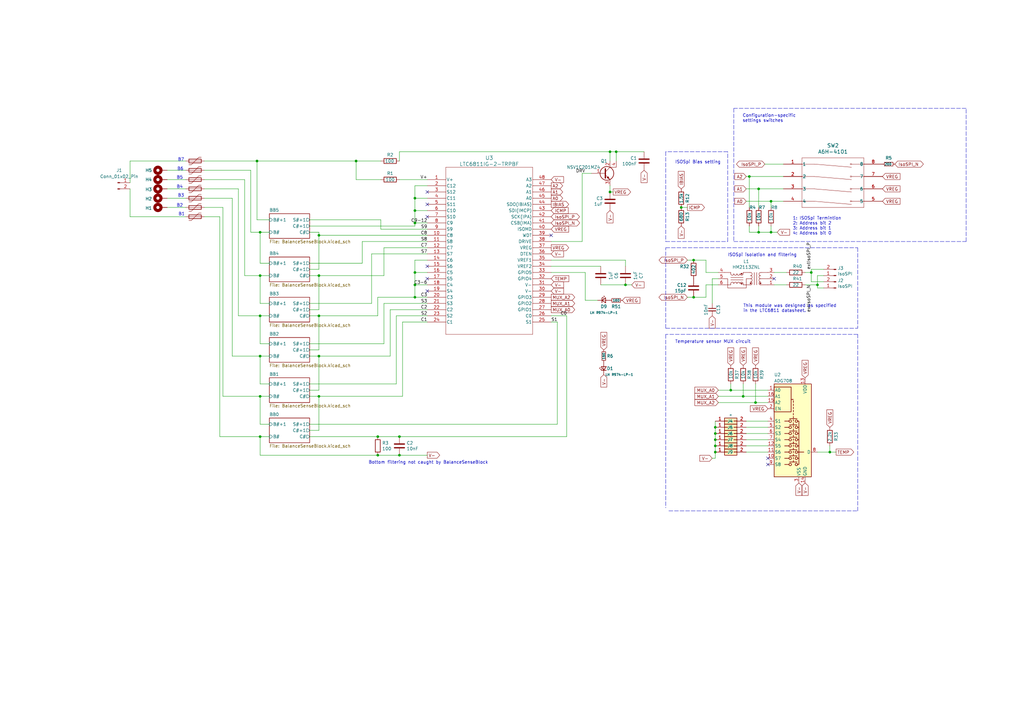
<source format=kicad_sch>
(kicad_sch (version 20231120) (generator "eeschema") (generator_version "8.0")
  (paper "A3")
  (lib_symbols
    (symbol "Connector:Conn_01x02_Pin" (pin_names (offset 1.016) hide)
      (property "Reference" "J" (at 0 2.54 0))
      (property "Value" "Conn_01x02_Pin" (at 0 -5.08 0))
      (symbol "Conn_01x02_Pin_1_1"
        (pin passive line (at 5.08 0 180) (length 3.81) (name "Pin_1") (number "1"))
        (pin passive line (at 5.08 -2.54 180) (length 3.81) (name "Pin_2") (number "2"))
      )
    )
    (symbol "Connector_Generic:Conn_02x01" (pin_names (offset 1.016) hide)
      (property "Reference" "J" (at 1.27 2.54 0))
      (property "Value" "Conn_02x01" (at 1.27 -2.54 0))
      (symbol "Conn_02x01_1_1"
        (pin passive line (at -5.08 0 0) (length 3.81) (name "Pin_1") (number "1"))
        (pin passive line (at 7.62 0 180) (length 3.81) (name "Pin_2") (number "2"))
      )
    )
    (symbol "Device:C" (pin_numbers hide) (pin_names (offset 0.254))
      (property "Reference" "C" (at 0.635 2.54 0))
      (property "Value" "C" (at 0.635 -2.54 0))
      (symbol "C_1_1"
        (pin passive line (at 0 3.81 270) (length 2.794) (name "~") (number "1"))
        (pin passive line (at 0 -3.81 90) (length 2.794) (name "~") (number "2"))
      )
    )
    (symbol "Device:C_Small" (pin_numbers hide) (pin_names (offset 0.254) hide)
      (property "Reference" "C" (at 0.254 1.778 0))
      (property "Value" "C_Small" (at 0.254 -2.032 0))
      (symbol "C_Small_1_1"
        (pin passive line (at 0 2.54 270) (length 2.032) (name "~") (number "1"))
        (pin passive line (at 0 -2.54 90) (length 2.032) (name "~") (number "2"))
      )
    )
    (symbol "Device:LED_Small" (pin_numbers hide) (pin_names (offset 0.254) hide)
      (property "Reference" "D" (at -1.27 3.175 0))
      (property "Value" "LED_Small" (at -4.445 -2.54 0))
      (symbol "LED_Small_1_1"
        (pin passive line (at -2.54 0 0) (length 1.778) (name "K") (number "1"))
        (pin passive line (at 2.54 0 180) (length 1.778) (name "A") (number "2"))
      )
    )
    (symbol "Device:Polyfuse" (pin_numbers hide) (pin_names (offset 0))
      (property "Reference" "F" (at -2.54 0 90))
      (property "Value" "Polyfuse" (at 2.54 0 90))
      (symbol "Polyfuse_1_1"
        (pin passive line (at 0 3.81 270) (length 1.27) (name "~") (number "1"))
        (pin passive line (at 0 -3.81 90) (length 1.27) (name "~") (number "2"))
      )
    )
    (symbol "Device:Q_NPN_BCEC" (pin_names (offset 0) hide)
      (property "Reference" "Q" (at 5.08 1.27 0))
      (property "Value" "Q_NPN_BCEC" (at 5.08 -1.27 0))
      (symbol "Q_NPN_BCEC_1_1"
        (pin input line (at -5.08 0 0) (length 5.715) (name "B") (number "1"))
        (pin passive line (at 2.54 5.08 270) (length 2.54) (name "C") (number "2"))
        (pin passive line (at 2.54 -5.08 90) (length 2.54) (name "E") (number "3"))
        (pin passive line (at 5.08 5.08 270) (length 2.54) (name "C") (number "4"))
      )
    )
    (symbol "Device:R" (pin_numbers hide) (pin_names (offset 0))
      (property "Reference" "R" (at 2.032 0 90))
      (property "Value" "R" (at 0 0 90))
      (symbol "R_1_1"
        (pin passive line (at 0 3.81 270) (length 1.27) (name "~") (number "1"))
        (pin passive line (at 0 -3.81 90) (length 1.27) (name "~") (number "2"))
      )
    )
    (symbol "Device:R_Small" (pin_numbers hide) (pin_names (offset 0.254) hide)
      (property "Reference" "R" (at 0.762 0.508 0))
      (property "Value" "R_Small" (at 0.762 -1.016 0))
      (symbol "R_Small_1_1"
        (pin passive line (at 0 2.54 270) (length 0.762) (name "~") (number "1"))
        (pin passive line (at 0 -2.54 90) (length 0.762) (name "~") (number "2"))
      )
    )
    (symbol "FSSymbols:ADG708" (pin_names (offset 0.254))
      (property "Reference" "U" (at -7.62 23.495 0))
      (property "Value" "ADG708" (at -7.62 21.59 0))
      (symbol "ADG708_1_1"
        (pin input line (at -10.16 15.24 0) (length 2.54) (name "A0") (number "1"))
        (pin bidirectional line (at -10.16 -12.7 0) (length 2.54) (name "S7") (number "10"))
        (pin bidirectional line (at -10.16 -10.16 0) (length 2.54) (name "S6") (number "11"))
        (pin bidirectional line (at -10.16 -7.62 0) (length 2.54) (name "S5") (number "12"))
        (pin power_in line (at 5.08 20.32 270) (length 2.54) (name "VDD") (number "13"))
        (pin power_in line (at 5.08 -22.86 90) (length 2.54) (name "GND") (number "14"))
        (pin input line (at -10.16 10.16 0) (length 2.54) (name "A2") (number "15"))
        (pin input line (at -10.16 12.7 0) (length 2.54) (name "A1") (number "16"))
        (pin input line (at -10.16 7.62 0) (length 2.54) (name "EN") (number "2"))
        (pin power_in line (at 2.54 -22.86 90) (length 2.54) (name "VSS") (number "3"))
        (pin bidirectional line (at -10.16 2.54 0) (length 2.54) (name "S1") (number "4"))
        (pin bidirectional line (at -10.16 0 0) (length 2.54) (name "S2") (number "5"))
        (pin bidirectional line (at -10.16 -2.54 0) (length 2.54) (name "S3") (number "6"))
        (pin bidirectional line (at -10.16 -5.08 0) (length 2.54) (name "S4") (number "7"))
        (pin bidirectional line (at 10.16 -10.16 180) (length 2.54) (name "D") (number "8"))
        (pin bidirectional line (at -10.16 -15.24 0) (length 2.54) (name "S8") (number "9"))
      )
    )
    (symbol "FSSymbols:HM2113ZNL" (pin_names (offset 0.254) hide)
      (property "Reference" "L" (at 0 7.62 0))
      (property "Value" "HM2113ZNL" (at 0 5.08 0))
      (symbol "HM2113ZNL_1_1"
        (pin passive line (at 11.43 -2.54 180) (length 2.54) (name "1") (number "1"))
        (pin passive line (at 11.43 0 180) (length 2.54) (name "2") (number "2"))
        (pin passive line (at 11.43 2.54 180) (length 2.54) (name "3") (number "3"))
        (pin passive line (at -11.43 2.54 0) (length 2.54) (name "4") (number "4"))
        (pin passive line (at -11.43 0 0) (length 2.54) (name "5") (number "5"))
        (pin passive line (at -11.43 -2.54 0) (length 2.54) (name "6") (number "6"))
      )
    )
    (symbol "FS_3_Global_Symbol_Library:A6H-4101" (pin_names (offset 0.254))
      (property "Reference" "SW" (at 20.32 7.62 0))
      (property "Value" "A6H-4101" (at 20.32 5.08 0))
      (symbol "A6H-4101_0_1"
        (pin unspecified line (at 0 0 0) (length 7.62) (name "1") (number "1"))
        (pin unspecified line (at 0 -5.08 0) (length 7.62) (name "2") (number "2"))
        (pin unspecified line (at 0 -10.16 0) (length 7.62) (name "3") (number "3"))
        (pin unspecified line (at 0 -15.24 0) (length 7.62) (name "4") (number "4"))
        (pin unspecified line (at 40.64 -15.24 180) (length 7.62) (name "5") (number "5"))
        (pin unspecified line (at 40.64 -10.16 180) (length 7.62) (name "6") (number "6"))
        (pin unspecified line (at 40.64 -5.08 180) (length 7.62) (name "7") (number "7"))
        (pin unspecified line (at 40.64 0 180) (length 7.62) (name "8") (number "8"))
      )
    )
    (symbol "FS_3_Global_Symbol_Library:LTC6811IG-2-TRPBF" (pin_names (offset 0.254))
      (property "Reference" "U" (at 25.4 10.16 0))
      (property "Value" "LTC6811IG-2-TRPBF" (at 25.4 7.62 0))
      (symbol "LTC6811IG-2-TRPBF_0_1"
        (pin power_in line (at 0 0 0) (length 7.62) (name "V+") (number "1"))
        (pin input line (at 0 -22.86 0) (length 7.62) (name "C8") (number "10"))
        (pin bidirectional line (at 0 -25.4 0) (length 7.62) (name "S8") (number "11"))
        (pin input line (at 0 -27.94 0) (length 7.62) (name "C7") (number "12"))
        (pin bidirectional line (at 0 -30.48 0) (length 7.62) (name "S7") (number "13"))
        (pin input line (at 0 -33.02 0) (length 7.62) (name "C6") (number "14"))
        (pin bidirectional line (at 0 -35.56 0) (length 7.62) (name "S6") (number "15"))
        (pin input line (at 0 -38.1 0) (length 7.62) (name "C5") (number "16"))
        (pin bidirectional line (at 0 -40.64 0) (length 7.62) (name "S5") (number "17"))
        (pin input line (at 0 -43.18 0) (length 7.62) (name "C4") (number "18"))
        (pin bidirectional line (at 0 -45.72 0) (length 7.62) (name "S4") (number "19"))
        (pin input line (at 0 -2.54 0) (length 7.62) (name "C12") (number "2"))
        (pin input line (at 0 -48.26 0) (length 7.62) (name "C3") (number "20"))
        (pin bidirectional line (at 0 -50.8 0) (length 7.62) (name "S3") (number "21"))
        (pin input line (at 0 -53.34 0) (length 7.62) (name "C2") (number "22"))
        (pin bidirectional line (at 0 -55.88 0) (length 7.62) (name "S2") (number "23"))
        (pin input line (at 0 -58.42 0) (length 7.62) (name "C1") (number "24"))
        (pin bidirectional line (at 50.8 -58.42 180) (length 7.62) (name "S1") (number "25"))
        (pin input line (at 50.8 -55.88 180) (length 7.62) (name "C0") (number "26"))
        (pin bidirectional line (at 50.8 -53.34 180) (length 7.62) (name "GPIO1") (number "27"))
        (pin bidirectional line (at 50.8 -50.8 180) (length 7.62) (name "GPIO2") (number "28"))
        (pin bidirectional line (at 50.8 -48.26 180) (length 7.62) (name "GPIO3") (number "29"))
        (pin bidirectional line (at 0 -5.08 0) (length 7.62) (name "S12") (number "3"))
        (pin power_in line (at 50.8 -45.72 180) (length 7.62) (name "V-") (number "30"))
        (pin power_in line (at 50.8 -43.18 180) (length 7.62) (name "V-") (number "31"))
        (pin bidirectional line (at 50.8 -40.64 180) (length 7.62) (name "GPIO4") (number "32"))
        (pin bidirectional line (at 50.8 -38.1 180) (length 7.62) (name "GPIO5") (number "33"))
        (pin power_in line (at 50.8 -35.56 180) (length 7.62) (name "VREF2") (number "34"))
        (pin power_in line (at 50.8 -33.02 180) (length 7.62) (name "VREF1") (number "35"))
        (pin input line (at 50.8 -30.48 180) (length 7.62) (name "DTEN") (number "36"))
        (pin power_in line (at 50.8 -27.94 180) (length 7.62) (name "VREG") (number "37"))
        (pin power_in line (at 50.8 -25.4 180) (length 7.62) (name "DRIVE") (number "38"))
        (pin output line (at 50.8 -22.86 180) (length 7.62) (name "WDT") (number "39"))
        (pin input line (at 0 -7.62 0) (length 7.62) (name "C11") (number "4"))
        (pin unspecified line (at 50.8 -20.32 180) (length 7.62) (name "ISOMD") (number "40"))
        (pin bidirectional line (at 50.8 -17.78 180) (length 7.62) (name "CSB(IMA)") (number "41"))
        (pin bidirectional line (at 50.8 -15.24 180) (length 7.62) (name "SCK(IPA)") (number "42"))
        (pin unspecified line (at 50.8 -12.7 180) (length 7.62) (name "SDI(IMCP)") (number "43"))
        (pin unspecified line (at 50.8 -10.16 180) (length 7.62) (name "SDO(IBIAS)") (number "44"))
        (pin input line (at 50.8 -7.62 180) (length 7.62) (name "A0") (number "45"))
        (pin input line (at 50.8 -5.08 180) (length 7.62) (name "A1") (number "46"))
        (pin input line (at 50.8 -2.54 180) (length 7.62) (name "A2") (number "47"))
        (pin input line (at 50.8 0 180) (length 7.62) (name "A3") (number "48"))
        (pin bidirectional line (at 0 -10.16 0) (length 7.62) (name "S11") (number "5"))
        (pin input line (at 0 -12.7 0) (length 7.62) (name "C10") (number "6"))
        (pin bidirectional line (at 0 -15.24 0) (length 7.62) (name "S10") (number "7"))
        (pin input line (at 0 -17.78 0) (length 7.62) (name "C9") (number "8"))
        (pin bidirectional line (at 0 -20.32 0) (length 7.62) (name "S9") (number "9"))
      )
    )
    (symbol "Mechanical:MountingHole_Pad" (pin_numbers hide) (pin_names (offset 1.016) hide) (exclude_from_sim yes) (in_bom no)
      (property "Reference" "H" (at 0 6.35 0))
      (property "Value" "MountingHole_Pad" (at 0 4.445 0))
      (symbol "MountingHole_Pad_1_1"
        (pin input line (at 0 -2.54 90) (length 2.54) (name "1") (number "1"))
      )
    )
  )
  (junction (at 170.18 116.84))
  (junction (at 340.36 185.42))
  (junction (at 106.68 113.03))
  (junction (at 130.81 113.03))
  (junction (at 284.48 121.92))
  (junction (at 130.81 129.54))
  (junction (at 106.68 95.25))
  (junction (at 250.19 78.74))
  (junction (at 170.18 111.76))
  (junction (at 293.37 185.42))
  (junction (at 146.05 66.04))
  (junction (at 304.8 162.56))
  (junction (at 105.41 66.04))
  (junction (at 170.18 91.44))
  (junction (at 284.48 106.68))
  (junction (at 293.37 177.8))
  (junction (at 299.72 160.02))
  (junction (at 311.15 95.25))
  (junction (at 256.54 116.84))
  (junction (at 106.68 162.56))
  (junction (at 163.83 186.69))
  (junction (at 279.4 85.09))
  (junction (at 154.94 186.69))
  (junction (at 252.73 62.23))
  (junction (at 106.68 146.05))
  (junction (at 130.81 162.56))
  (junction (at 130.81 146.05))
  (junction (at 332.74 111.76))
  (junction (at 316.23 95.25))
  (junction (at 170.18 121.92))
  (junction (at 250.19 62.23))
  (junction (at 106.68 179.07))
  (junction (at 170.18 81.28))
  (junction (at 154.94 179.07))
  (junction (at 293.37 180.34))
  (junction (at 335.28 116.84))
  (junction (at 130.81 96.52))
  (junction (at 170.18 86.36))
  (junction (at 309.88 165.1))
  (junction (at 106.68 129.54))
  (junction (at 307.34 72.39))
  (junction (at 293.37 182.88))
  (junction (at 311.15 77.47))
  (junction (at 316.23 82.55))
  (junction (at 293.37 175.26))
  (junction (at 163.83 179.07))
  (no_connect (at 175.26 109.22))
  (no_connect (at 314.96 190.5))
  (no_connect (at 175.26 88.9))
  (no_connect (at 317.5 114.3))
  (no_connect (at 175.26 119.38))
  (no_connect (at 314.96 187.96))
  (no_connect (at 175.26 114.3))
  (no_connect (at 175.26 78.74))
  (no_connect (at 226.06 96.52))
  (no_connect (at 175.26 83.82))
  (wire (pts (xy 251.46 78.74) (xy 250.19 78.74)))
  (wire (pts (xy 127 92.71) (xy 170.18 92.71)))
  (wire (pts (xy 311.15 77.47) (xy 311.15 85.09)))
  (wire (pts (xy 335.28 116.84) (xy 330.2 116.84)))
  (wire (pts (xy 335.28 116.84) (xy 335.28 118.11)))
  (wire (pts (xy 110.49 107.95) (xy 106.68 107.95)))
  (wire (pts (xy 127 162.56) (xy 130.81 162.56)))
  (polyline (pts (xy 351.79 209.55) (xy 351.79 137.16)) (stroke (width 0) (type dash)))
  (wire (pts (xy 163.83 62.23) (xy 250.19 62.23)))
  (wire (pts (xy 100.33 113.03) (xy 106.68 113.03)))
  (wire (pts (xy 311.15 95.25) (xy 311.15 92.71)))
  (wire (pts (xy 97.79 129.54) (xy 106.68 129.54)))
  (wire (pts (xy 106.68 113.03) (xy 106.68 124.46)))
  (wire (pts (xy 170.18 92.71) (xy 170.18 91.44)))
  (wire (pts (xy 170.18 106.68) (xy 175.26 106.68)))
  (wire (pts (xy 170.18 111.76) (xy 170.18 106.68)))
  (wire (pts (xy 314.96 185.42) (xy 306.07 185.42)))
  (wire (pts (xy 293.37 175.26) (xy 293.37 177.8)))
  (wire (pts (xy 90.17 179.07) (xy 106.68 179.07)))
  (wire (pts (xy 106.68 140.97) (xy 110.49 140.97)))
  (wire (pts (xy 152.4 104.14) (xy 152.4 124.46)))
  (wire (pts (xy 106.68 95.25) (xy 106.68 107.95)))
  (wire (pts (xy 228.6 132.08) (xy 228.6 173.99)))
  (wire (pts (xy 110.49 173.99) (xy 106.68 173.99)))
  (wire (pts (xy 170.18 76.2) (xy 175.26 76.2)))
  (wire (pts (xy 106.68 162.56) (xy 110.49 162.56)))
  (wire (pts (xy 127 140.97) (xy 157.48 140.97)))
  (wire (pts (xy 332.74 111.76) (xy 332.74 115.57)))
  (wire (pts (xy 340.36 182.88) (xy 340.36 185.42)))
  (wire (pts (xy 160.02 146.05) (xy 160.02 127)))
  (wire (pts (xy 330.2 111.76) (xy 332.74 111.76)))
  (wire (pts (xy 154.94 121.92) (xy 154.94 129.54)))
  (wire (pts (xy 154.94 121.92) (xy 170.18 121.92)))
  (wire (pts (xy 165.1 132.08) (xy 165.1 162.56)))
  (wire (pts (xy 91.44 162.56) (xy 106.68 162.56)))
  (wire (pts (xy 53.34 66.04) (xy 76.2 66.04)))
  (wire (pts (xy 127 110.49) (xy 130.81 110.49)))
  (wire (pts (xy 246.38 116.84) (xy 256.54 116.84)))
  (wire (pts (xy 146.05 66.04) (xy 156.21 66.04)))
  (polyline (pts (xy 274.32 209.55) (xy 351.79 209.55)) (stroke (width 0) (type dash)))
  (wire (pts (xy 130.81 96.52) (xy 130.81 110.49)))
  (wire (pts (xy 110.49 157.48) (xy 106.68 157.48)))
  (wire (pts (xy 232.41 179.07) (xy 232.41 129.54)))
  (wire (pts (xy 306.07 82.55) (xy 316.23 82.55)))
  (wire (pts (xy 102.87 95.25) (xy 106.68 95.25)))
  (wire (pts (xy 127 143.51) (xy 130.81 143.51)))
  (wire (pts (xy 335.28 113.03) (xy 337.82 113.03)))
  (wire (pts (xy 148.59 99.06) (xy 175.26 99.06)))
  (wire (pts (xy 130.81 146.05) (xy 160.02 146.05)))
  (wire (pts (xy 322.58 116.84) (xy 317.5 116.84)))
  (wire (pts (xy 83.82 77.47) (xy 97.79 77.47)))
  (wire (pts (xy 127 157.48) (xy 162.56 157.48)))
  (wire (pts (xy 284.48 106.68) (xy 289.56 106.68)))
  (wire (pts (xy 314.96 180.34) (xy 306.07 180.34)))
  (wire (pts (xy 307.34 72.39) (xy 307.34 85.09)))
  (wire (pts (xy 293.37 180.34) (xy 293.37 182.88)))
  (wire (pts (xy 156.21 93.98) (xy 175.26 93.98)))
  (wire (pts (xy 130.81 129.54) (xy 154.94 129.54)))
  (wire (pts (xy 240.03 111.76) (xy 226.06 111.76)))
  (wire (pts (xy 106.68 173.99) (xy 106.68 162.56)))
  (wire (pts (xy 293.37 177.8) (xy 293.37 180.34)))
  (wire (pts (xy 106.68 124.46) (xy 110.49 124.46)))
  (wire (pts (xy 97.79 77.47) (xy 97.79 129.54)))
  (polyline (pts (xy 273.05 134.62) (xy 273.05 101.6)) (stroke (width 0) (type dash)))
  (wire (pts (xy 91.44 85.09) (xy 91.44 162.56)))
  (wire (pts (xy 293.37 172.72) (xy 293.37 175.26)))
  (wire (pts (xy 170.18 86.36) (xy 175.26 86.36)))
  (wire (pts (xy 289.56 111.76) (xy 294.64 111.76)))
  (wire (pts (xy 316.23 85.09) (xy 316.23 82.55)))
  (wire (pts (xy 152.4 104.14) (xy 175.26 104.14)))
  (wire (pts (xy 238.76 71.12) (xy 242.57 71.12)))
  (wire (pts (xy 226.06 129.54) (xy 232.41 129.54)))
  (wire (pts (xy 252.73 62.23) (xy 264.16 62.23)))
  (wire (pts (xy 83.82 81.28) (xy 95.25 81.28)))
  (wire (pts (xy 130.81 143.51) (xy 130.81 129.54)))
  (wire (pts (xy 148.59 107.95) (xy 148.59 99.06)))
  (wire (pts (xy 335.28 118.11) (xy 337.82 118.11)))
  (wire (pts (xy 250.19 62.23) (xy 252.73 62.23)))
  (wire (pts (xy 106.68 113.03) (xy 110.49 113.03)))
  (wire (pts (xy 154.94 179.07) (xy 163.83 179.07)))
  (wire (pts (xy 170.18 76.2) (xy 170.18 81.28)))
  (wire (pts (xy 165.1 132.08) (xy 175.26 132.08)))
  (wire (pts (xy 130.81 176.53) (xy 130.81 162.56)))
  (wire (pts (xy 289.56 106.68) (xy 289.56 111.76)))
  (wire (pts (xy 250.19 78.74) (xy 250.19 76.2)))
  (wire (pts (xy 127 90.17) (xy 156.21 90.17)))
  (wire (pts (xy 95.25 81.28) (xy 95.25 146.05)))
  (wire (pts (xy 130.81 113.03) (xy 127 113.03)))
  (wire (pts (xy 162.56 129.54) (xy 162.56 157.48)))
  (wire (pts (xy 332.74 110.49) (xy 332.74 111.76)))
  (wire (pts (xy 130.81 95.25) (xy 127 95.25)))
  (wire (pts (xy 105.41 66.04) (xy 146.05 66.04)))
  (wire (pts (xy 100.33 73.66) (xy 100.33 113.03)))
  (wire (pts (xy 105.41 66.04) (xy 105.41 90.17)))
  (wire (pts (xy 289.56 116.84) (xy 289.56 121.92)))
  (polyline (pts (xy 273.05 134.62) (xy 351.79 134.62)) (stroke (width 0) (type dash)))
  (wire (pts (xy 130.81 113.03) (xy 157.48 113.03)))
  (wire (pts (xy 130.81 146.05) (xy 127 146.05)))
  (wire (pts (xy 309.88 157.48) (xy 309.88 165.1)))
  (wire (pts (xy 106.68 157.48) (xy 106.68 146.05)))
  (wire (pts (xy 106.68 186.69) (xy 154.94 186.69)))
  (wire (pts (xy 228.6 132.08) (xy 226.06 132.08)))
  (wire (pts (xy 307.34 72.39) (xy 321.31 72.39)))
  (wire (pts (xy 316.23 92.71) (xy 316.23 95.25)))
  (wire (pts (xy 240.03 123.19) (xy 240.03 111.76)))
  (wire (pts (xy 110.49 90.17) (xy 105.41 90.17)))
  (wire (pts (xy 110.49 95.25) (xy 106.68 95.25)))
  (wire (pts (xy 293.37 185.42) (xy 293.37 187.96)))
  (wire (pts (xy 294.64 165.1) (xy 309.88 165.1)))
  (wire (pts (xy 130.81 160.02) (xy 130.81 146.05)))
  (wire (pts (xy 256.54 106.68) (xy 256.54 109.22)))
  (wire (pts (xy 68.58 69.85) (xy 76.2 69.85)))
  (wire (pts (xy 307.34 95.25) (xy 311.15 95.25)))
  (wire (pts (xy 175.26 91.44) (xy 170.18 91.44)))
  (wire (pts (xy 110.49 179.07) (xy 106.68 179.07)))
  (wire (pts (xy 162.56 129.54) (xy 175.26 129.54)))
  (wire (pts (xy 83.82 69.85) (xy 102.87 69.85)))
  (wire (pts (xy 170.18 111.76) (xy 175.26 111.76)))
  (polyline (pts (xy 396.24 44.45) (xy 300.99 44.45)) (stroke (width 0) (type dash)))
  (wire (pts (xy 170.18 121.92) (xy 175.26 121.92)))
  (wire (pts (xy 311.15 77.47) (xy 321.31 77.47)))
  (wire (pts (xy 252.73 66.04) (xy 252.73 62.23)))
  (wire (pts (xy 293.37 182.88) (xy 293.37 185.42)))
  (wire (pts (xy 95.25 146.05) (xy 106.68 146.05)))
  (wire (pts (xy 68.58 77.47) (xy 76.2 77.47)))
  (wire (pts (xy 292.1 187.96) (xy 293.37 187.96)))
  (wire (pts (xy 106.68 179.07) (xy 106.68 186.69)))
  (polyline (pts (xy 300.99 99.06) (xy 396.24 99.06)) (stroke (width 0) (type dash)))
  (wire (pts (xy 342.9 185.42) (xy 340.36 185.42)))
  (polyline (pts (xy 300.99 44.45) (xy 300.99 99.06)) (stroke (width 0) (type dash)))
  (polyline (pts (xy 273.05 62.23) (xy 273.05 99.06)) (stroke (width 0) (type dash)))
  (wire (pts (xy 304.8 162.56) (xy 314.96 162.56)))
  (wire (pts (xy 238.76 71.12) (xy 238.76 99.06)))
  (wire (pts (xy 110.49 129.54) (xy 106.68 129.54)))
  (wire (pts (xy 170.18 81.28) (xy 175.26 81.28)))
  (wire (pts (xy 289.56 116.84) (xy 294.64 116.84)))
  (wire (pts (xy 130.81 95.25) (xy 130.81 96.52)))
  (wire (pts (xy 157.48 101.6) (xy 157.48 113.03)))
  (wire (pts (xy 281.94 121.92) (xy 284.48 121.92)))
  (wire (pts (xy 170.18 81.28) (xy 170.18 86.36)))
  (wire (pts (xy 317.5 111.76) (xy 322.58 111.76)))
  (wire (pts (xy 306.07 172.72) (xy 314.96 172.72)))
  (polyline (pts (xy 273.05 137.16) (xy 273.05 208.28)) (stroke (width 0) (type dash)))
  (wire (pts (xy 170.18 116.84) (xy 175.26 116.84)))
  (wire (pts (xy 83.82 66.04) (xy 105.41 66.04)))
  (wire (pts (xy 130.81 129.54) (xy 127 129.54)))
  (wire (pts (xy 304.8 157.48) (xy 304.8 162.56)))
  (wire (pts (xy 53.34 88.9) (xy 76.2 88.9)))
  (wire (pts (xy 314.96 175.26) (xy 306.07 175.26)))
  (polyline (pts (xy 298.45 62.23) (xy 273.05 62.23)) (stroke (width 0) (type dash)))
  (wire (pts (xy 106.68 129.54) (xy 106.68 140.97)))
  (wire (pts (xy 130.81 113.03) (xy 130.81 127)))
  (polyline (pts (xy 298.45 99.06) (xy 298.45 62.23)) (stroke (width 0) (type dash)))
  (wire (pts (xy 130.81 162.56) (xy 165.1 162.56)))
  (wire (pts (xy 163.83 62.23) (xy 163.83 66.04)))
  (wire (pts (xy 335.28 116.84) (xy 335.28 113.03)))
  (polyline (pts (xy 396.24 99.06) (xy 396.24 44.45)) (stroke (width 0) (type dash)))
  (wire (pts (xy 316.23 95.25) (xy 311.15 95.25)))
  (wire (pts (xy 127 107.95) (xy 148.59 107.95)))
  (wire (pts (xy 83.82 85.09) (xy 91.44 85.09)))
  (wire (pts (xy 316.23 82.55) (xy 321.31 82.55)))
  (polyline (pts (xy 351.79 101.6) (xy 351.79 134.62)) (stroke (width 0) (type dash)))
  (wire (pts (xy 110.49 146.05) (xy 106.68 146.05)))
  (wire (pts (xy 299.72 157.48) (xy 299.72 160.02)))
  (wire (pts (xy 163.83 186.69) (xy 175.26 186.69)))
  (polyline (pts (xy 273.05 99.06) (xy 298.45 99.06)) (stroke (width 0) (type dash)))
  (polyline (pts (xy 273.05 101.6) (xy 351.79 101.6)) (stroke (width 0) (type dash)))
  (wire (pts (xy 127 160.02) (xy 130.81 160.02)))
  (wire (pts (xy 306.07 77.47) (xy 311.15 77.47)))
  (wire (pts (xy 170.18 111.76) (xy 170.18 116.84)))
  (wire (pts (xy 130.81 96.52) (xy 175.26 96.52)))
  (wire (pts (xy 156.21 73.66) (xy 146.05 73.66)))
  (wire (pts (xy 307.34 92.71) (xy 307.34 95.25)))
  (wire (pts (xy 226.06 109.22) (xy 246.38 109.22)))
  (wire (pts (xy 53.34 77.47) (xy 53.34 88.9)))
  (wire (pts (xy 156.21 90.17) (xy 156.21 93.98)))
  (wire (pts (xy 53.34 74.93) (xy 53.34 66.04)))
  (wire (pts (xy 146.05 66.04) (xy 146.05 73.66)))
  (wire (pts (xy 281.94 85.09) (xy 279.4 85.09)))
  (wire (pts (xy 127 173.99) (xy 228.6 173.99)))
  (wire (pts (xy 281.94 106.68) (xy 284.48 106.68)))
  (wire (pts (xy 127 127) (xy 130.81 127)))
  (polyline (pts (xy 351.79 137.16) (xy 273.05 137.16)) (stroke (width 0) (type dash)))
  (wire (pts (xy 284.48 121.92) (xy 289.56 121.92)))
  (wire (pts (xy 68.58 85.09) (xy 76.2 85.09)))
  (wire (pts (xy 226.06 106.68) (xy 256.54 106.68)))
  (wire (pts (xy 250.19 62.23) (xy 250.19 66.04)))
  (wire (pts (xy 90.17 88.9) (xy 90.17 179.07)))
  (wire (pts (xy 299.72 160.02) (xy 314.96 160.02)))
  (wire (pts (xy 127 124.46) (xy 152.4 124.46)))
  (wire (pts (xy 294.64 160.02) (xy 299.72 160.02)))
  (wire (pts (xy 332.74 115.57) (xy 337.82 115.57)))
  (wire (pts (xy 316.23 95.25) (xy 318.77 95.25)))
  (wire (pts (xy 226.06 99.06) (xy 238.76 99.06)))
  (wire (pts (xy 163.83 73.66) (xy 175.26 73.66)))
  (wire (pts (xy 313.69 67.31) (xy 321.31 67.31)))
  (wire (pts (xy 175.26 101.6) (xy 157.48 101.6)))
  (wire (pts (xy 170.18 116.84) (xy 170.18 121.92)))
  (wire (pts (xy 245.11 123.19) (xy 240.03 123.19)))
  (wire (pts (xy 306.07 72.39) (xy 307.34 72.39)))
  (wire (pts (xy 163.83 179.07) (xy 232.41 179.07)))
  (wire (pts (xy 294.64 162.56) (xy 304.8 162.56)))
  (wire (pts (xy 340.36 185.42) (xy 335.28 185.42)))
  (wire (pts (xy 256.54 116.84) (xy 259.08 116.84)))
  (wire (pts (xy 306.07 182.88) (xy 314.96 182.88)))
  (wire (pts (xy 160.02 127) (xy 175.26 127)))
  (wire (pts (xy 292.1 124.46) (xy 292.1 114.3)))
  (wire (pts (xy 154.94 186.69) (xy 163.83 186.69)))
  (wire (pts (xy 309.88 165.1) (xy 314.96 165.1)))
  (wire (pts (xy 292.1 114.3) (xy 294.64 114.3)))
  (wire (pts (xy 83.82 88.9) (xy 90.17 88.9)))
  (wire (pts (xy 127 176.53) (xy 130.81 176.53)))
  (wire (pts (xy 170.18 86.36) (xy 170.18 91.44)))
  (wire (pts (xy 306.07 177.8) (xy 314.96 177.8)))
  (wire (pts (xy 68.58 81.28) (xy 76.2 81.28)))
  (wire (pts (xy 83.82 73.66) (xy 100.33 73.66)))
  (wire (pts (xy 157.48 124.46) (xy 157.48 140.97)))
  (wire (pts (xy 127 179.07) (xy 154.94 179.07)))
  (wire (pts (xy 68.58 73.66) (xy 76.2 73.66)))
  (wire (pts (xy 157.48 124.46) (xy 175.26 124.46)))
  (wire (pts (xy 337.82 110.49) (xy 332.74 110.49)))
  (wire (pts (xy 102.87 69.85) (xy 102.87 95.25)))
  (text "ISOSpi Bias setting" (at 276.86 67.31 0) (effects (font (size 1.27 1.27)) (justify left bottom)))
  (text "B6\n" (at 72.644 70.104 0) (effects (font (size 1.27 1.27)) (justify left bottom)))
  (text "This module was designed as specified\nin the LTC6811 datasheet." (at 304.8 128.27 0) (effects (font (size 1.27 1.27)) (justify left bottom)))
  (text "B5\n" (at 72.39 73.66 0) (effects (font (size 1.27 1.27)) (justify left bottom)))
  (text "Configuration-specific\nsettings switches" (at 304.546 50.292 0) (effects (font (size 1.27 1.27)) (justify left bottom)))
  (text "1: ISOSpi Termintion\n2: Address bit 2\n3: Address bit 1\n4: Address bit 0" (at 325.12 96.52 0) (effects (font (size 1.27 1.27)) (justify left bottom)))
  (text "Bottom filtering not caught by BalanceSenseBlock" (at 151.13 190.5 0) (effects (font (size 1.27 1.27)) (justify left bottom)))
  (text "B4" (at 72.39 77.47 0) (effects (font (size 1.27 1.27)) (justify left bottom)))
  (text "B2\n" (at 72.39 85.09 0) (effects (font (size 1.27 1.27)) (justify left bottom)))
  (text "Temperature sensor MUX circuit" (at 276.86 140.97 0) (effects (font (size 1.27 1.27)) (justify left bottom)))
  (text "B7" (at 72.898 66.294 0) (effects (font (size 1.27 1.27)) (justify left bottom)))
  (text "ISOSpi isolation and filtering" (at 298.45 105.41 0) (effects (font (size 1.27 1.27)) (justify left bottom)))
  (text "B3\n" (at 72.898 81.026 0) (effects (font (size 1.27 1.27)) (justify left bottom)))
  (text "B1\n" (at 73.152 88.646 0) (effects (font (size 1.27 1.27)) (justify left bottom)))
  (label "S2" (at 175.26 129.54 180))
  (label "C3" (at 175.26 121.92 180))
  (label "DRV" (at 240.03 71.12 180))
  (label "V+" (at 175.26 73.66 180))
  (label "C3-6" (at 175.26 116.84 180))
  (label "S7" (at 175.26 104.14 180))
  (label "C9-12" (at 175.26 91.44 180))
  (label "C7" (at 175.26 101.6 180))
  (label "S3" (at 175.26 124.46 180))
  (label "C8" (at 175.26 96.52 180))
  (label "S8" (at 175.26 99.06 180))
  (label "C2" (at 175.26 127 180))
  (label "C0" (at 229.87 129.54 0))
  (label "extIsoSPI_N" (at 332.74 116.84 270))
  (label "extIsoSPI_P" (at 332.74 110.49 90))
  (label "S9" (at 175.26 93.98 180))
  (label "S1" (at 226.06 132.08 0))
  (label "C1" (at 175.26 132.08 180))
  (global_label "V-" (shape input) (at 327.66 198.12 270) (property "Intersheetrefs" "${INTERSHEET_REFS}" (effects (hide yes))))
  (global_label "IsoSPI_P" (shape bidirectional) (at 281.94 106.68 180) (property "Intersheetrefs" "${INTERSHEET_REFS}" (effects (hide yes))))
  (global_label "VREG" (shape input) (at 226.06 93.98 0) (property "Intersheetrefs" "${INTERSHEET_REFS}" (effects (hide yes))))
  (global_label "VREG" (shape input) (at 314.96 167.64 180) (property "Intersheetrefs" "${INTERSHEET_REFS}" (effects (hide yes))))
  (global_label "A0" (shape input) (at 306.07 82.55 180) (property "Intersheetrefs" "${INTERSHEET_REFS}" (effects (hide yes))))
  (global_label "VREG" (shape input) (at 309.88 149.86 90) (property "Intersheetrefs" "${INTERSHEET_REFS}" (effects (hide yes))))
  (global_label "ICMP" (shape output) (at 281.94 85.09 0) (property "Intersheetrefs" "${INTERSHEET_REFS}" (effects (hide yes))))
  (global_label "MUX_A0" (shape output) (at 226.06 127 0) (property "Intersheetrefs" "${INTERSHEET_REFS}" (effects (hide yes))))
  (global_label "V-" (shape input) (at 330.2 198.12 270) (property "Intersheetrefs" "${INTERSHEET_REFS}" (effects (hide yes))))
  (global_label "TEMP" (shape input) (at 226.06 114.3 0) (property "Intersheetrefs" "${INTERSHEET_REFS}" (effects (hide yes))))
  (global_label "V-" (shape output) (at 175.26 186.69 0) (property "Intersheetrefs" "${INTERSHEET_REFS}" (effects (hide yes))))
  (global_label "V-" (shape input) (at 226.06 73.66 0) (property "Intersheetrefs" "${INTERSHEET_REFS}" (effects (hide yes))))
  (global_label "IsoSPI_P" (shape bidirectional) (at 313.69 67.31 180) (property "Intersheetrefs" "${INTERSHEET_REFS}" (effects (hide yes))))
  (global_label "V-" (shape input) (at 226.06 119.38 0) (property "Intersheetrefs" "${INTERSHEET_REFS}" (effects (hide yes))))
  (global_label "V-" (shape input) (at 250.19 86.36 270) (property "Intersheetrefs" "${INTERSHEET_REFS}" (effects (hide yes))))
  (global_label "VREG" (shape input) (at 361.95 82.55 0) (property "Intersheetrefs" "${INTERSHEET_REFS}" (effects (hide yes))))
  (global_label "VREG" (shape input) (at 255.27 123.19 0) (property "Intersheetrefs" "${INTERSHEET_REFS}" (effects (hide yes))))
  (global_label "IsoSPI_N" (shape bidirectional) (at 226.06 91.44 0) (property "Intersheetrefs" "${INTERSHEET_REFS}" (effects (hide yes))))
  (global_label "A1" (shape output) (at 226.06 78.74 0) (property "Intersheetrefs" "${INTERSHEET_REFS}" (effects (hide yes))))
  (global_label "IsoSPI_N" (shape bidirectional) (at 281.94 121.92 180) (property "Intersheetrefs" "${INTERSHEET_REFS}" (effects (hide yes))))
  (global_label "V-" (shape input) (at 318.77 95.25 0) (property "Intersheetrefs" "${INTERSHEET_REFS}" (effects (hide yes))))
  (global_label "MUX_A1" (shape output) (at 226.06 124.46 0) (property "Intersheetrefs" "${INTERSHEET_REFS}" (effects (hide yes))))
  (global_label "V-" (shape input) (at 247.65 153.67 270) (property "Intersheetrefs" "${INTERSHEET_REFS}" (effects (hide yes))))
  (global_label "VREG" (shape output) (at 251.46 78.74 0) (property "Intersheetrefs" "${INTERSHEET_REFS}" (effects (hide yes))))
  (global_label "VREG" (shape input) (at 304.8 149.86 90) (property "Intersheetrefs" "${INTERSHEET_REFS}" (effects (hide yes))))
  (global_label "V-" (shape input) (at 264.16 69.85 270) (property "Intersheetrefs" "${INTERSHEET_REFS}" (effects (hide yes))))
  (global_label "IsoSPI_P" (shape bidirectional) (at 226.06 88.9 0) (property "Intersheetrefs" "${INTERSHEET_REFS}" (effects (hide yes))))
  (global_label "V-" (shape input) (at 226.06 104.14 0) (property "Intersheetrefs" "${INTERSHEET_REFS}" (effects (hide yes))))
  (global_label "ICMP" (shape input) (at 226.06 86.36 0) (property "Intersheetrefs" "${INTERSHEET_REFS}" (effects (hide yes))))
  (global_label "VREG" (shape input) (at 299.72 149.86 90) (property "Intersheetrefs" "${INTERSHEET_REFS}" (effects (hide yes))))
  (global_label "V-" (shape input) (at 292.1 129.54 270) (property "Intersheetrefs" "${INTERSHEET_REFS}" (effects (hide yes))))
  (global_label "A0" (shape output) (at 226.06 81.28 0) (property "Intersheetrefs" "${INTERSHEET_REFS}" (effects (hide yes))))
  (global_label "TEMP" (shape output) (at 342.9 185.42 0) (property "Intersheetrefs" "${INTERSHEET_REFS}" (effects (hide yes))))
  (global_label "V-" (shape input) (at 259.08 116.84 0) (property "Intersheetrefs" "${INTERSHEET_REFS}" (effects (hide yes))))
  (global_label "VREG" (shape input) (at 361.95 77.47 0) (property "Intersheetrefs" "${INTERSHEET_REFS}" (effects (hide yes))))
  (global_label "VREG" (shape input) (at 330.2 154.94 90) (property "Intersheetrefs" "${INTERSHEET_REFS}" (effects (hide yes))))
  (global_label "VREG" (shape input) (at 247.65 143.51 90) (property "Intersheetrefs" "${INTERSHEET_REFS}" (effects (hide yes))))
  (global_label "VREG" (shape input) (at 361.95 72.39 0) (property "Intersheetrefs" "${INTERSHEET_REFS}" (effects (hide yes))))
  (global_label "V-" (shape input) (at 292.1 187.96 180) (property "Intersheetrefs" "${INTERSHEET_REFS}" (effects (hide yes))))
  (global_label "V-" (shape input) (at 226.06 116.84 0) (property "Intersheetrefs" "${INTERSHEET_REFS}" (effects (hide yes))))
  (global_label "A2" (shape input) (at 306.07 72.39 180) (property "Intersheetrefs" "${INTERSHEET_REFS}" (effects (hide yes))))
  (global_label "V-" (shape input) (at 279.4 92.71 270) (property "Intersheetrefs" "${INTERSHEET_REFS}" (effects (hide yes))))
  (global_label "IBIAS" (shape input) (at 279.4 77.47 90) (property "Intersheetrefs" "${INTERSHEET_REFS}" (effects (hide yes))))
  (global_label "A1" (shape input) (at 306.07 77.47 180) (property "Intersheetrefs" "${INTERSHEET_REFS}" (effects (hide yes))))
  (global_label "MUX_A2" (shape output) (at 226.06 121.92 0) (property "Intersheetrefs" "${INTERSHEET_REFS}" (effects (hide yes))))
  (global_label "MUX_A2" (shape input) (at 294.64 165.1 180) (property "Intersheetrefs" "${INTERSHEET_REFS}" (effects (hide yes))))
  (global_label "IBIAS" (shape output) (at 226.06 83.82 0) (property "Intersheetrefs" "${INTERSHEET_REFS}" (effects (hide yes))))
  (global_label "MUX_A1" (shape input) (at 294.64 162.56 180) (property "Intersheetrefs" "${INTERSHEET_REFS}" (effects (hide yes))))
  (global_label "VREG" (shape output) (at 226.06 101.6 0) (property "Intersheetrefs" "${INTERSHEET_REFS}" (effects (hide yes))))
  (global_label "VREG" (shape input) (at 340.36 175.26 90) (property "Intersheetrefs" "${INTERSHEET_REFS}" (effects (hide yes))))
  (global_label "MUX_A0" (shape input) (at 294.64 160.02 180) (property "Intersheetrefs" "${INTERSHEET_REFS}" (effects (hide yes))))
  (global_label "A2" (shape output) (at 226.06 76.2 0) (property "Intersheetrefs" "${INTERSHEET_REFS}" (effects (hide yes))))
  (global_label "IsoSPI_N" (shape bidirectional) (at 367.03 67.31 0) (property "Intersheetrefs" "${INTERSHEET_REFS}" (effects (hide yes))))
  (symbol (lib_id "Device:R") (at 160.02 66.04 270) (unit 1)
    (property "Reference" "R2" (at 160.02 63.5 90))
    (property "Value" "100" (at 159.766 66.04 90))
    (property "Footprint" "Resistor_SMD:R_0805_2012Metric_Pad1.20x1.40mm_HandSolder" (effects (hide yes)))
  )
  (symbol (lib_id "Device:R") (at 279.4 81.28 180) (unit 1)
    (property "Reference" "R12" (at 281.94 81.28 90))
    (property "Value" "1.5k" (at 279.4 81.28 90))
    (property "Footprint" "Resistor_SMD:R_0805_2012Metric_Pad1.20x1.40mm_HandSolder" (effects (hide yes)))
  )
  (symbol (lib_id "Connector:Conn_01x02_Pin") (at 342.9 113.03 180) (unit 1)
    (property "Reference" "J3" (at 343.5858 109.982 0) (effects (justify right)))
    (property "Value" "IsoSPI" (at 343.5858 112.2934 0) (effects (justify right)))
    (property "Footprint" "Connector_Molex:Molex_Nano-Fit_105313-xx02_1x02_P2.50mm_Horizontal" (effects (hide yes)))
    (property "Description" "Generic connector, single row, 01x02, script generated" (effects (hide yes)))
  )
  (symbol (lib_id "Device:R") (at 279.4 88.9 180) (unit 1)
    (property "Reference" "R13" (at 281.94 88.9 90))
    (property "Value" "680" (at 279.4 88.9 90))
    (property "Footprint" "Resistor_SMD:R_0805_2012Metric_Pad1.20x1.40mm_HandSolder" (effects (hide yes)))
  )
  (symbol (lib_id "Device:Q_NPN_BCEC") (at 247.65 71.12 0) (unit 1)
    (property "Reference" "Q1" (at 246.38 66.04 0) (effects (justify left)))
    (property "Value" "NSV1C201MZ4" (at 232.41 68.58 0) (effects (justify left)))
    (property "Footprint" "Package_TO_SOT_SMD:SOT-223" (effects (hide yes)))
    (property "Datasheet" "https://www.onsemi.com/pub/Collateral/NSS1C201MZ4-D.PDF" (effects (hide yes)))
  )
  (symbol (lib_id "Device:C") (at 250.19 82.55 0) (mirror y) (unit 1)
    (property "Reference" "C3" (at 247.269 81.3816 0) (effects (justify left)))
    (property "Value" "1uF" (at 247.269 83.693 0) (effects (justify left)))
    (property "Footprint" "Capacitor_SMD:C_0805_2012Metric_Pad1.18x1.45mm_HandSolder" (effects (hide yes)))
  )
  (symbol (lib_id "Device:C") (at 264.16 66.04 0) (mirror y) (unit 1)
    (property "Reference" "C1" (at 261.239 64.8716 0) (effects (justify left)))
    (property "Value" "100nF" (at 261.239 67.183 0) (effects (justify left)))
    (property "Footprint" "Capacitor_SMD:C_0805_2012Metric_Pad1.18x1.45mm_HandSolder" (effects (hide yes)))
  )
  (symbol (lib_id "FSSymbols:ADG708") (at 325.12 175.26 0) (unit 1)
    (property "Reference" "U2" (at 317.5 153.67 0) (effects (justify left)))
    (property "Value" "ADG708" (at 317.5 156.21 0) (effects (justify left)))
    (property "Footprint" "Package_SO:TSSOP-16_4.4x5mm_P0.65mm" (effects (hide yes)))
    (property "Datasheet" "https://www.analog.com/media/en/technical-documentation/data-sheets/ADG708_709.pdf" (effects (hide yes)))
  )
  (symbol (lib_id "Device:C") (at 256.54 113.03 180) (unit 1)
    (property "Reference" "C7" (at 262.9408 113.03 90))
    (property "Value" "1uF" (at 260.6294 113.03 90))
    (property "Footprint" "Capacitor_SMD:C_0805_2012Metric_Pad1.18x1.45mm_HandSolder" (effects (hide yes)))
  )
  (symbol (lib_id "Device:C") (at 246.38 113.03 180) (unit 1)
    (property "Reference" "C6" (at 252.7808 113.03 90))
    (property "Value" "1uF" (at 250.4694 113.03 90))
    (property "Footprint" "Capacitor_SMD:C_0805_2012Metric_Pad1.18x1.45mm_HandSolder" (effects (hide yes)))
  )
  (symbol (lib_id "FSSymbols:HM2113ZNL") (at 306.07 114.3 0) (unit 1)
    (property "Reference" "L1" (at 306.07 107.2388 0))
    (property "Value" "HM2113ZNL" (at 306.07 109.5502 0))
    (property "Footprint" "FS_3_Global_Footprint_Library:HM2113ZNLT" (effects (hide yes)))
  )
  (symbol (lib_id "Device:R") (at 340.36 179.07 180) (unit 1)
    (property "Reference" "R33" (at 342.9 179.07 90))
    (property "Value" "2.2k" (at 340.36 179.07 90))
    (property "Footprint" "Resistor_SMD:R_0805_2012Metric_Pad1.20x1.40mm_HandSolder" (effects (hide yes)))
  )
  (symbol (lib_id "Device:R") (at 311.15 88.9 0) (unit 1)
    (property "Reference" "R7" (at 311.15 85.09 0) (effects (justify left)))
    (property "Value" "10k" (at 311.15 88.9 90))
    (property "Footprint" "Resistor_SMD:R_0805_2012Metric_Pad1.20x1.40mm_HandSolder" (effects (hide yes)))
  )
  (symbol (lib_id "Device:R") (at 316.23 88.9 0) (unit 1)
    (property "Reference" "R8" (at 316.23 85.09 0) (effects (justify left)))
    (property "Value" "10k" (at 316.23 88.9 90))
    (property "Footprint" "Resistor_SMD:R_0805_2012Metric_Pad1.20x1.40mm_HandSolder" (effects (hide yes)))
  )
  (symbol (lib_id "Device:R") (at 326.39 111.76 270) (mirror x) (unit 1)
    (property "Reference" "R40" (at 325.12 109.22 90) (effects (justify left)))
    (property "Value" "22" (at 326.39 111.76 90))
    (property "Footprint" "Resistor_SMD:R_0805_2012Metric_Pad1.20x1.40mm_HandSolder" (effects (hide yes)))
  )
  (symbol (lib_id "Device:R") (at 326.39 116.84 270) (mirror x) (unit 1)
    (property "Reference" "R41" (at 325.12 114.3 90) (effects (justify left)))
    (property "Value" "22" (at 326.39 116.84 90))
    (property "Footprint" "Resistor_SMD:R_0805_2012Metric_Pad1.20x1.40mm_HandSolder" (effects (hide yes)))
  )
  (symbol (lib_id "Device:R") (at 299.72 153.67 180) (unit 1)
    (property "Reference" "R37" (at 302.26 153.67 90))
    (property "Value" "10k" (at 299.72 153.67 90))
    (property "Footprint" "Resistor_SMD:R_0805_2012Metric_Pad1.20x1.40mm_HandSolder" (effects (hide yes)))
  )
  (symbol (lib_id "Device:R") (at 304.8 153.67 180) (unit 1)
    (property "Reference" "R38" (at 307.34 153.67 90))
    (property "Value" "10k" (at 304.8 153.67 90))
    (property "Footprint" "Resistor_SMD:R_0805_2012Metric_Pad1.20x1.40mm_HandSolder" (effects (hide yes)))
  )
  (symbol (lib_id "Device:R") (at 309.88 153.67 180) (unit 1)
    (property "Reference" "R39" (at 312.42 153.67 90))
    (property "Value" "10k" (at 309.88 153.67 90))
    (property "Footprint" "Resistor_SMD:R_0805_2012Metric_Pad1.20x1.40mm_HandSolder" (effects (hide yes)))
  )
  (symbol (lib_id "Device:R") (at 284.48 110.49 0) (mirror y) (unit 1)
    (property "Reference" "R32" (at 282.702 109.3216 0) (effects (justify left)))
    (property "Value" "402" (at 284.48 110.49 90))
    (property "Footprint" "Resistor_SMD:R_0805_2012Metric_Pad1.20x1.40mm_HandSolder" (effects (hide yes)))
  )
  (symbol (lib_id "Device:C") (at 284.48 118.11 0) (mirror x) (unit 1)
    (property "Reference" "C12" (at 281.5844 116.9416 0) (effects (justify right)))
    (property "Value" "15pF" (at 281.5844 119.253 0) (effects (justify right)))
    (property "Footprint" "Capacitor_SMD:C_0805_2012Metric_Pad1.18x1.45mm_HandSolder" (effects (hide yes)))
  )
  (symbol (lib_id "Device:C_Small") (at 292.1 127 0) (unit 1)
    (property "Reference" "C13" (at 294.64 127 90))
    (property "Value" "10nF" (at 289.56 127 90))
    (property "Footprint" "Capacitor_SMD:C_0805_2012Metric_Pad1.18x1.45mm_HandSolder" (effects (hide yes)))
  )
  (symbol (lib_id "Device:LED_Small") (at 247.65 151.13 90) (unit 1)
    (property "Reference" "D1" (at 250.19 151.13 90))
    (property "Value" "LH R974-LP-1" (at 254 153.67 90) (effects (font (size 0.9652 0.9652))))
    (property "Footprint" "LED_SMD:LED_0805_2012Metric_Pad1.15x1.40mm_HandSolder" (effects (hide yes)))
  )
  (symbol (lib_id "Device:R_Small") (at 247.65 146.05 180) (unit 1)
    (property "Reference" "R6" (at 250.19 146.05 0))
    (property "Value" "160" (at 247.65 146.05 90) (effects (font (size 0.9652 0.9652))))
    (property "Footprint" "Resistor_SMD:R_0805_2012Metric_Pad1.20x1.40mm_HandSolder" (effects (hide yes)))
  )
  (symbol (lib_id "Device:LED_Small") (at 247.65 123.19 0) (unit 1)
    (property "Reference" "D9" (at 247.65 125.73 0))
    (property "Value" "LH R974-LP-1" (at 247.65 128.27 0) (effects (font (size 0.9652 0.9652))))
    (property "Footprint" "LED_SMD:LED_0805_2012Metric_Pad1.15x1.40mm_HandSolder" (effects (hide yes)))
  )
  (symbol (lib_id "Device:R_Small") (at 252.73 123.19 90) (unit 1)
    (property "Reference" "R51" (at 252.73 125.73 90))
    (property "Value" "160" (at 252.73 123.19 90) (effects (font (size 0.9652 0.9652))))
    (property "Footprint" "Resistor_SMD:R_0805_2012Metric_Pad1.20x1.40mm_HandSolder" (effects (hide yes)))
  )
  (symbol (lib_id "Connector:Conn_01x02_Pin") (at 342.9 118.11 180) (unit 1)
    (property "Reference" "J2" (at 343.5858 115.062 0) (effects (justify right)))
    (property "Value" "IsoSPI" (at 343.5858 117.3734 0) (effects (justify right)))
    (property "Footprint" "Connector_Molex:Molex_Nano-Fit_105313-xx02_1x02_P2.50mm_Horizontal" (effects (hide yes)))
    (property "Description" "Generic connector, single row, 01x02, script generated" (effects (hide yes)))
  )
  (symbol (lib_id "Device:R") (at 160.02 73.66 270) (unit 1)
    (property "Reference" "R1" (at 160.02 71.12 90))
    (property "Value" "100" (at 160.02 73.66 90))
    (property "Footprint" "Resistor_SMD:R_0805_2012Metric_Pad1.20x1.40mm_HandSolder" (effects (hide yes)))
  )
  (symbol (lib_id "Device:Polyfuse") (at 80.01 66.04 270) (unit 1)
    (property "Reference" "F2" (effects (hide yes)))
    (property "Value" "Polyfuse" (effects (hide yes)))
    (property "Footprint" "Fuse:Fuse_1812_4532Metric_Pad1.30x3.40mm_HandSolder" (effects (hide yes)))
  )
  (symbol (lib_id "Device:Polyfuse") (at 80.01 69.85 270) (unit 1)
    (property "Reference" "F3" (effects (hide yes)))
    (property "Value" "Polyfuse" (effects (hide yes)))
    (property "Footprint" "Fuse:Fuse_1812_4532Metric_Pad1.30x3.40mm_HandSolder" (effects (hide yes)))
  )
  (symbol (lib_id "Device:Polyfuse") (at 80.01 73.66 270) (unit 1)
    (property "Reference" "F4" (effects (hide yes)))
    (property "Value" "Polyfuse" (effects (hide yes)))
    (property "Footprint" "Fuse:Fuse_1812_4532Metric_Pad1.30x3.40mm_HandSolder" (effects (hide yes)))
  )
  (symbol (lib_id "Device:Polyfuse") (at 80.01 77.47 270) (unit 1)
    (property "Reference" "F5" (effects (hide yes)))
    (property "Value" "Polyfuse" (effects (hide yes)))
    (property "Footprint" "Fuse:Fuse_1812_4532Metric_Pad1.30x3.40mm_HandSolder" (effects (hide yes)))
  )
  (symbol (lib_id "Device:Polyfuse") (at 80.01 81.28 270) (unit 1)
    (property "Reference" "F6" (effects (hide yes)))
    (property "Value" "Polyfuse" (effects (hide yes)))
    (property "Footprint" "Fuse:Fuse_1812_4532Metric_Pad1.30x3.40mm_HandSolder" (effects (hide yes)))
  )
  (symbol (lib_id "Device:Polyfuse") (at 80.01 85.09 270) (unit 1)
    (property "Reference" "F7" (effects (hide yes)))
    (property "Value" "Polyfuse" (effects (hide yes)))
    (property "Footprint" "Fuse:Fuse_1812_4532Metric_Pad1.30x3.40mm_HandSolder" (effects (hide yes)))
  )
  (symbol (lib_id "Device:C") (at 163.83 182.88 0) (unit 1)
    (property "Reference" "C2" (at 166.751 181.7116 0) (effects (justify left)))
    (property "Value" "10nF" (at 166.751 184.023 0) (effects (justify left)))
    (property "Footprint" "Capacitor_SMD:C_0805_2012Metric_Pad1.18x1.45mm_HandSolder" (effects (hide yes)))
  )
  (symbol (lib_id "Device:Polyfuse") (at 80.01 88.9 270) (unit 1)
    (property "Reference" "F8" (effects (hide yes)))
    (property "Value" "Polyfuse" (effects (hide yes)))
    (property "Footprint" "Fuse:Fuse_1812_4532Metric_Pad1.30x3.40mm_HandSolder" (effects (hide yes)))
  )
  (symbol (lib_id "Device:R") (at 154.94 182.88 0) (unit 1)
    (property "Reference" "R3" (at 156.718 181.7116 0) (effects (justify left)))
    (property "Value" "100" (at 156.718 184.023 0) (effects (justify left)))
    (property "Footprint" "Capacitor_SMD:C_0805_2012Metric_Pad1.18x1.45mm_HandSolder" (effects (hide yes)))
  )
  (symbol (lib_id "Device:R") (at 307.34 88.9 0) (unit 1)
    (property "Reference" "R4" (at 307.34 85.09 0) (effects (justify left)))
    (property "Value" "10k" (at 307.34 88.9 90))
    (property "Footprint" "Resistor_SMD:R_0805_2012Metric_Pad1.20x1.40mm_HandSolder" (effects (hide yes)))
  )
  (symbol (lib_id "Device:R_Small") (at 364.49 67.31 270) (unit 1)
    (property "Reference" "R5" (at 364.49 64.77 90))
    (property "Value" "200" (at 364.236 67.31 90) (effects (font (size 0.9652 0.9652))))
    (property "Footprint" "Resistor_SMD:R_0805_2012Metric_Pad1.20x1.40mm_HandSolder" (effects (hide yes)))
  )
  (symbol (lib_id "Mechanical:MountingHole_Pad") (at 66.04 85.09 90) (unit 1) (exclude_from_sim yes) (in_bom no)
    (property "Reference" "H1" (at 60.96 85.344 90))
    (property "Value" "MountingHole_Pad" (effects (hide yes)))
    (property "Footprint" "MountingHole:MountingHole_3.2mm_M3_DIN965_Pad" (effects (hide yes)))
    (property "Description" "Mounting Hole with connection" (effects (hide yes)))
  )
  (symbol (lib_id "Connector_Generic:Conn_02x01") (at 298.45 185.42 0) (unit 1)
    (property "Reference" "J9" (at 299.466 185.42 0))
    (property "Value" "~" (at 299.72 182.88 0))
    (property "Footprint" "Connector_Molex:Molex_Nano-Fit_105313-xx02_1x02_P2.50mm_Horizontal" (effects (hide yes)))
    (property "Description" "Generic connector, double row, 02x01, this symbol is compatible with counter-clockwise, top-bottom and odd-even numbering schemes., script generated (kicad-library-utils/schlib/autogen/connector/)" (effects (hide yes)))
  )
  (symbol (lib_id "Connector_Generic:Conn_02x01") (at 298.45 180.34 0) (unit 1)
    (property "Reference" "J7" (at 299.466 180.34 0))
    (property "Value" "~" (at 299.72 177.8 0))
    (property "Footprint" "Connector_Molex:Molex_Nano-Fit_105313-xx02_1x02_P2.50mm_Horizontal" (effects (hide yes)))
    (property "Description" "Generic connector, double row, 02x01, this symbol is compatible with counter-clockwise, top-bottom and odd-even numbering schemes., script generated (kicad-library-utils/schlib/autogen/connector/)" (effects (hide yes)))
  )
  (symbol (lib_id "Connector_Generic:Conn_02x01") (at 298.45 175.26 0) (unit 1)
    (property "Reference" "J5" (at 299.466 175.26 0))
    (property "Value" "~" (at 299.72 172.72 0))
    (property "Footprint" "Connector_Molex:Molex_Nano-Fit_105313-xx02_1x02_P2.50mm_Horizontal" (effects (hide yes)))
    (property "Description" "Generic connector, double row, 02x01, this symbol is compatible with counter-clockwise, top-bottom and odd-even numbering schemes., script generated (kicad-library-utils/schlib/autogen/connector/)" (effects (hide yes)))
  )
  (symbol (lib_id "Mechanical:MountingHole_Pad") (at 66.04 81.28 90) (unit 1) (exclude_from_sim yes) (in_bom no)
    (property "Reference" "H2" (at 60.96 81.534 90))
    (property "Value" "MountingHole_Pad" (effects (hide yes)))
    (property "Footprint" "MountingHole:MountingHole_3.2mm_M3_DIN965_Pad" (effects (hide yes)))
    (property "Description" "Mounting Hole with connection" (effects (hide yes)))
  )
  (symbol (lib_id "Connector_Generic:Conn_02x01") (at 298.45 172.72 0) (unit 1)
    (property "Reference" "J4" (at 299.466 172.72 0))
    (property "Value" "~" (at 299.72 170.18 0))
    (property "Footprint" "Connector_Molex:Molex_Nano-Fit_105313-xx02_1x02_P2.50mm_Horizontal" (effects (hide yes)))
    (property "Description" "Generic connector, double row, 02x01, this symbol is compatible with counter-clockwise, top-bottom and odd-even numbering schemes., script generated (kicad-library-utils/schlib/autogen/connector/)" (effects (hide yes)))
  )
  (symbol (lib_id "Mechanical:MountingHole_Pad") (at 66.04 77.47 90) (unit 1) (exclude_from_sim yes) (in_bom no)
    (property "Reference" "H3" (at 60.96 77.724 90))
    (property "Value" "MountingHole_Pad" (effects (hide yes)))
    (property "Footprint" "MountingHole:MountingHole_3.2mm_M3_DIN965_Pad" (effects (hide yes)))
    (property "Description" "Mounting Hole with connection" (effects (hide yes)))
  )
  (symbol (lib_id "Mechanical:MountingHole_Pad") (at 66.04 69.85 90) (unit 1) (exclude_from_sim yes) (in_bom no)
    (property "Reference" "H5" (at 60.96 69.85 90))
    (property "Value" "MountingHole_Pad" (effects (hide yes)))
    (property "Footprint" "MountingHole:MountingHole_3.2mm_M3_DIN965_Pad" (effects (hide yes)))
    (property "Description" "Mounting Hole with connection" (effects (hide yes)))
  )
  (symbol (lib_id "FS_3_Global_Symbol_Library:LTC6811IG-2-TRPBF") (at 175.26 73.66 0) (unit 1)
    (property "Reference" "U3" (at 200.66 64.77 0) (effects (font (size 1.524 1.524))))
    (property "Value" "LTC6811IG-2-TRPBF" (at 200.66 67.31 0) (effects (font (size 1.524 1.524))))
    (property "Footprint" "FS_3_Global_Footprint_Library:LTC6811-2" (effects (hide yes)))
    (property "Datasheet" "LTC6811IG-2-TRPBF" (effects (hide yes)))
  )
  (symbol (lib_id "Connector_Generic:Conn_02x01") (at 298.45 177.8 0) (unit 1)
    (property "Reference" "J6" (at 299.466 177.8 0))
    (property "Value" "~" (at 299.72 175.26 0))
    (property "Footprint" "Connector_Molex:Molex_Nano-Fit_105313-xx02_1x02_P2.50mm_Horizontal" (effects (hide yes)))
    (property "Description" "Generic connector, double row, 02x01, this symbol is compatible with counter-clockwise, top-bottom and odd-even numbering schemes., script generated (kicad-library-utils/schlib/autogen/connector/)" (effects (hide yes)))
  )
  (symbol (lib_id "FS_3_Global_Symbol_Library:A6H-4101") (at 321.31 67.31 0) (unit 1)
    (property "Reference" "SW2" (at 341.63 59.69 0) (effects (font (size 1.524 1.524))))
    (property "Value" "A6H-4101" (at 341.63 62.23 0) (effects (font (size 1.524 1.524))))
    (property "Footprint" "FS_3_Global_Footprint_Library:SW_A6H-4101_OMR" (effects (hide yes)))
    (property "Datasheet" "A6H-4101" (effects (hide yes)))
  )
  (symbol (lib_id "Mechanical:MountingHole_Pad") (at 66.04 73.66 90) (unit 1) (exclude_from_sim yes) (in_bom no)
    (property "Reference" "H4" (at 60.96 73.66 90))
    (property "Value" "MountingHole_Pad" (effects (hide yes)))
    (property "Footprint" "MountingHole:MountingHole_3.2mm_M3_DIN965_Pad" (effects (hide yes)))
    (property "Description" "Mounting Hole with connection" (effects (hide yes)))
  )
  (symbol (lib_id "Connector_Generic:Conn_02x01") (at 298.45 182.88 0) (unit 1)
    (property "Reference" "J8" (at 299.466 182.88 0))
    (property "Value" "~" (at 299.72 180.34 0))
    (property "Footprint" "Connector_Molex:Molex_Nano-Fit_105313-xx02_1x02_P2.50mm_Horizontal" (effects (hide yes)))
    (property "Description" "Generic connector, double row, 02x01, this symbol is compatible with counter-clockwise, top-bottom and odd-even numbering schemes., script generated (kicad-library-utils/schlib/autogen/connector/)" (effects (hide yes)))
  )
  (symbol (lib_id "Connector:Conn_01x02_Pin") (at 48.26 74.93 0) (unit 1)
    (property "Reference" "J1" (at 48.895 69.85 0))
    (property "Value" "Conn_01x02_Pin" (at 48.895 72.39 0))
    (property "Footprint" "Connector_Molex:Molex_Nano-Fit_105313-xx02_1x02_P2.50mm_Horizontal" (effects (hide yes)))
    (property "Description" "Generic connector, single row, 01x02, script generated" (effects (hide yes)))
  )
  (sheet (at 110.49 87.63) (size 16.51 10.16)
    (property "Sheetname" "BB5" (at 110.49 86.9184 0) (effects (justify left bottom)))
    (property "Sheetfile" "BalanceSenseBlock.kicad_sch" (at 110.49 98.3746 0) (effects (justify left top)))
    (pin "C#+1" output (at 127 92.71 0))
    (pin "S#+1" output (at 127 90.17 0))
    (pin "C#" output (at 127 95.25 0))
    (pin "B#" input (at 110.49 95.25 180))
    (pin "B#+1" input (at 110.49 90.17 180))
  )
  (sheet (at 110.49 105.41) (size 16.51 10.16)
    (property "Sheetname" "BB4" (at 110.49 104.6984 0) (effects (justify left bottom)))
    (property "Sheetfile" "BalanceSenseBlock.kicad_sch" (at 110.49 116.1546 0) (effects (justify left top)))
    (pin "C#+1" output (at 127 110.49 0))
    (pin "S#+1" output (at 127 107.95 0))
    (pin "C#" output (at 127 113.03 0))
    (pin "B#" input (at 110.49 113.03 180))
    (pin "B#+1" input (at 110.49 107.95 180))
  )
  (sheet (at 110.49 121.92) (size 16.51 10.16)
    (property "Sheetname" "BB3" (at 110.49 121.2084 0) (effects (justify left bottom)))
    (property "Sheetfile" "BalanceSenseBlock.kicad_sch" (at 110.49 132.6646 0) (effects (justify left top)))
    (pin "C#+1" output (at 127 127 0))
    (pin "S#+1" output (at 127 124.46 0))
    (pin "C#" output (at 127 129.54 0))
    (pin "B#" input (at 110.49 129.54 180))
    (pin "B#+1" input (at 110.49 124.46 180))
  )
  (sheet (at 110.49 138.43) (size 16.51 10.16)
    (property "Sheetname" "BB2" (at 110.49 137.7184 0) (effects (justify left bottom)))
    (property "Sheetfile" "BalanceSenseBlock.kicad_sch" (at 110.49 149.1746 0) (effects (justify left top)))
    (pin "C#+1" output (at 127 143.51 0))
    (pin "S#+1" output (at 127 140.97 0))
    (pin "C#" output (at 127 146.05 0))
    (pin "B#" input (at 110.49 146.05 180))
    (pin "B#+1" input (at 110.49 140.97 180))
  )
  (sheet (at 110.49 154.94) (size 16.51 10.16)
    (property "Sheetname" "BB1" (at 110.49 154.2284 0) (effects (justify left bottom)))
    (property "Sheetfile" "BalanceSenseBlock.kicad_sch" (at 110.49 165.6846 0) (effects (justify left top)))
    (pin "C#+1" output (at 127 160.02 0))
    (pin "S#+1" output (at 127 157.48 0))
    (pin "C#" output (at 127 162.56 0))
    (pin "B#" input (at 110.49 162.56 180))
    (pin "B#+1" input (at 110.49 157.48 180))
  )
  (sheet (at 110.49 171.45) (size 16.51 10.16)
    (property "Sheetname" "BB0" (at 110.49 170.7384 0) (effects (justify left bottom)))
    (property "Sheetfile" "BalanceSenseBlock.kicad_sch" (at 110.49 182.1946 0) (effects (justify left top)))
    (pin "C#+1" output (at 127 176.53 0))
    (pin "S#+1" output (at 127 173.99 0))
    (pin "C#" output (at 127 179.07 0))
    (pin "B#" input (at 110.49 179.07 180))
    (pin "B#+1" input (at 110.49 173.99 180))
  )
)
</source>
